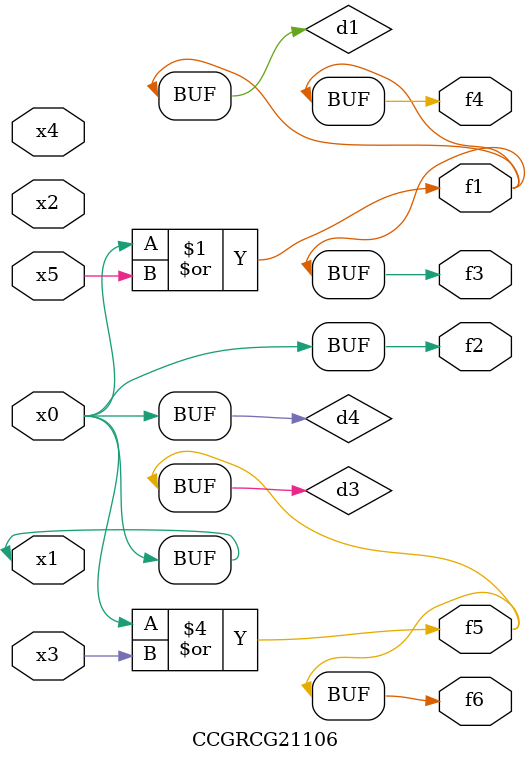
<source format=v>
module CCGRCG21106(
	input x0, x1, x2, x3, x4, x5,
	output f1, f2, f3, f4, f5, f6
);

	wire d1, d2, d3, d4;

	or (d1, x0, x5);
	xnor (d2, x1, x4);
	or (d3, x0, x3);
	buf (d4, x0, x1);
	assign f1 = d1;
	assign f2 = d4;
	assign f3 = d1;
	assign f4 = d1;
	assign f5 = d3;
	assign f6 = d3;
endmodule

</source>
